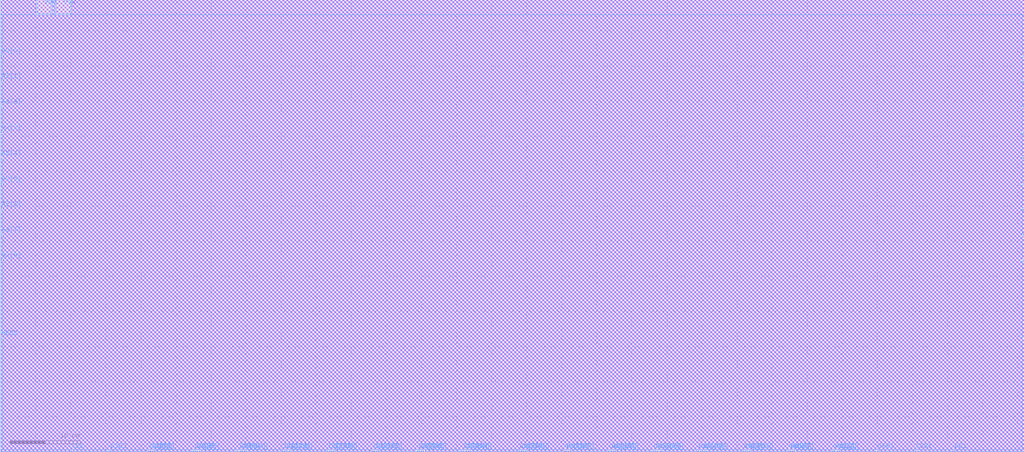
<source format=lef>
VERSION 5.5 ;
NAMESCASESENSITIVE ON ;
BUSBITCHARS "[]" ;
DIVIDERCHAR "/" ;

MACRO SRAM1R1W512x32
  CLASS BLOCK ;
  SOURCE USER ;
  ORIGIN 0 0 ;
  SIZE 145.920 BY 64.448 ;
  SYMMETRY X Y R90 ;

  PIN CE1
    DIRECTION INPUT ;
    USE SIGNAL ;
    PORT
      LAYER M2 ;
        RECT 135.888 0.000 136.040 0.152 ;
    END
    PORT
      LAYER M3 ;
        RECT 135.888 0.000 136.040 0.152 ;
    END
    PORT
      LAYER M4 ;
        RECT 135.888 0.000 136.040 0.152 ;
    END
    PORT
      LAYER M5 ;
        RECT 135.888 0.000 136.040 0.152 ;
    END
  END CE1

  PIN CSB1
    DIRECTION INPUT ;
    USE SIGNAL ;
    PORT
      LAYER M2 ;
        RECT 130.416 0.000 130.568 0.152 ;
    END
    PORT
      LAYER M3 ;
        RECT 130.416 0.000 130.568 0.152 ;
    END
    PORT
      LAYER M4 ;
        RECT 130.416 0.000 130.568 0.152 ;
    END
    PORT
      LAYER M5 ;
        RECT 130.416 0.000 130.568 0.152 ;
    END
  END CSB1

  PIN OEB1
    DIRECTION INPUT ;
    USE SIGNAL ;
    PORT
      LAYER M2 ;
        RECT 124.944 0.000 125.096 0.152 ;
    END
    PORT
      LAYER M3 ;
        RECT 124.944 0.000 125.096 0.152 ;
    END
    PORT
      LAYER M4 ;
        RECT 124.944 0.000 125.096 0.152 ;
    END
    PORT
      LAYER M5 ;
        RECT 124.944 0.000 125.096 0.152 ;
    END
  END OEB1

  PIN O1[3]
    DIRECTION OUTPUT ;
    USE SIGNAL ;
    PORT
      LAYER M2 ;
        RECT 119.472 0.000 119.624 0.152 ;
    END
    PORT
      LAYER M3 ;
        RECT 119.472 0.000 119.624 0.152 ;
    END
    PORT
      LAYER M4 ;
        RECT 119.472 0.000 119.624 0.152 ;
    END
    PORT
      LAYER M5 ;
        RECT 119.472 0.000 119.624 0.152 ;
    END
  END O1[3]

  PIN O1[2]
    DIRECTION OUTPUT ;
    USE SIGNAL ;
    PORT
      LAYER M2 ;
        RECT 119.168 0.000 119.320 0.152 ;
    END
    PORT
      LAYER M3 ;
        RECT 119.168 0.000 119.320 0.152 ;
    END
    PORT
      LAYER M4 ;
        RECT 119.168 0.000 119.320 0.152 ;
    END
    PORT
      LAYER M5 ;
        RECT 119.168 0.000 119.320 0.152 ;
    END
  END O1[2]

  PIN O1[1]
    DIRECTION OUTPUT ;
    USE SIGNAL ;
    PORT
      LAYER M2 ;
        RECT 118.864 0.000 119.016 0.152 ;
    END
    PORT
      LAYER M3 ;
        RECT 118.864 0.000 119.016 0.152 ;
    END
    PORT
      LAYER M4 ;
        RECT 118.864 0.000 119.016 0.152 ;
    END
    PORT
      LAYER M5 ;
        RECT 118.864 0.000 119.016 0.152 ;
    END
  END O1[1]

  PIN O1[0]
    DIRECTION OUTPUT ;
    USE SIGNAL ;
    PORT
      LAYER M2 ;
        RECT 118.560 0.000 118.712 0.152 ;
    END
    PORT
      LAYER M3 ;
        RECT 118.560 0.000 118.712 0.152 ;
    END
    PORT
      LAYER M4 ;
        RECT 118.560 0.000 118.712 0.152 ;
    END
    PORT
      LAYER M5 ;
        RECT 118.560 0.000 118.712 0.152 ;
    END
  END O1[0]

  PIN O1[7]
    DIRECTION OUTPUT ;
    USE SIGNAL ;
    PORT
      LAYER M2 ;
        RECT 113.088 0.000 113.240 0.152 ;
    END
    PORT
      LAYER M3 ;
        RECT 113.088 0.000 113.240 0.152 ;
    END
    PORT
      LAYER M4 ;
        RECT 113.088 0.000 113.240 0.152 ;
    END
    PORT
      LAYER M5 ;
        RECT 113.088 0.000 113.240 0.152 ;
    END
  END O1[7]

  PIN O1[6]
    DIRECTION OUTPUT ;
    USE SIGNAL ;
    PORT
      LAYER M2 ;
        RECT 112.784 0.000 112.936 0.152 ;
    END
    PORT
      LAYER M3 ;
        RECT 112.784 0.000 112.936 0.152 ;
    END
    PORT
      LAYER M4 ;
        RECT 112.784 0.000 112.936 0.152 ;
    END
    PORT
      LAYER M5 ;
        RECT 112.784 0.000 112.936 0.152 ;
    END
  END O1[6]

  PIN O1[5]
    DIRECTION OUTPUT ;
    USE SIGNAL ;
    PORT
      LAYER M2 ;
        RECT 112.480 0.000 112.632 0.152 ;
    END
    PORT
      LAYER M3 ;
        RECT 112.480 0.000 112.632 0.152 ;
    END
    PORT
      LAYER M4 ;
        RECT 112.480 0.000 112.632 0.152 ;
    END
    PORT
      LAYER M5 ;
        RECT 112.480 0.000 112.632 0.152 ;
    END
  END O1[5]

  PIN O1[4]
    DIRECTION OUTPUT ;
    USE SIGNAL ;
    PORT
      LAYER M2 ;
        RECT 112.176 0.000 112.328 0.152 ;
    END
    PORT
      LAYER M3 ;
        RECT 112.176 0.000 112.328 0.152 ;
    END
    PORT
      LAYER M4 ;
        RECT 112.176 0.000 112.328 0.152 ;
    END
    PORT
      LAYER M5 ;
        RECT 112.176 0.000 112.328 0.152 ;
    END
  END O1[4]

  PIN O1[11]
    DIRECTION OUTPUT ;
    USE SIGNAL ;
    PORT
      LAYER M2 ;
        RECT 106.704 0.000 106.856 0.152 ;
    END
    PORT
      LAYER M3 ;
        RECT 106.704 0.000 106.856 0.152 ;
    END
    PORT
      LAYER M4 ;
        RECT 106.704 0.000 106.856 0.152 ;
    END
    PORT
      LAYER M5 ;
        RECT 106.704 0.000 106.856 0.152 ;
    END
  END O1[11]

  PIN O1[10]
    DIRECTION OUTPUT ;
    USE SIGNAL ;
    PORT
      LAYER M2 ;
        RECT 106.400 0.000 106.552 0.152 ;
    END
    PORT
      LAYER M3 ;
        RECT 106.400 0.000 106.552 0.152 ;
    END
    PORT
      LAYER M4 ;
        RECT 106.400 0.000 106.552 0.152 ;
    END
    PORT
      LAYER M5 ;
        RECT 106.400 0.000 106.552 0.152 ;
    END
  END O1[10]

  PIN O1[9]
    DIRECTION OUTPUT ;
    USE SIGNAL ;
    PORT
      LAYER M2 ;
        RECT 106.096 0.000 106.248 0.152 ;
    END
    PORT
      LAYER M3 ;
        RECT 106.096 0.000 106.248 0.152 ;
    END
    PORT
      LAYER M4 ;
        RECT 106.096 0.000 106.248 0.152 ;
    END
    PORT
      LAYER M5 ;
        RECT 106.096 0.000 106.248 0.152 ;
    END
  END O1[9]

  PIN O1[8]
    DIRECTION OUTPUT ;
    USE SIGNAL ;
    PORT
      LAYER M2 ;
        RECT 105.792 0.000 105.944 0.152 ;
    END
    PORT
      LAYER M3 ;
        RECT 105.792 0.000 105.944 0.152 ;
    END
    PORT
      LAYER M4 ;
        RECT 105.792 0.000 105.944 0.152 ;
    END
    PORT
      LAYER M5 ;
        RECT 105.792 0.000 105.944 0.152 ;
    END
  END O1[8]

  PIN O1[15]
    DIRECTION OUTPUT ;
    USE SIGNAL ;
    PORT
      LAYER M2 ;
        RECT 100.320 0.000 100.472 0.152 ;
    END
    PORT
      LAYER M3 ;
        RECT 100.320 0.000 100.472 0.152 ;
    END
    PORT
      LAYER M4 ;
        RECT 100.320 0.000 100.472 0.152 ;
    END
    PORT
      LAYER M5 ;
        RECT 100.320 0.000 100.472 0.152 ;
    END
  END O1[15]

  PIN O1[14]
    DIRECTION OUTPUT ;
    USE SIGNAL ;
    PORT
      LAYER M2 ;
        RECT 100.016 0.000 100.168 0.152 ;
    END
    PORT
      LAYER M3 ;
        RECT 100.016 0.000 100.168 0.152 ;
    END
    PORT
      LAYER M4 ;
        RECT 100.016 0.000 100.168 0.152 ;
    END
    PORT
      LAYER M5 ;
        RECT 100.016 0.000 100.168 0.152 ;
    END
  END O1[14]

  PIN O1[13]
    DIRECTION OUTPUT ;
    USE SIGNAL ;
    PORT
      LAYER M2 ;
        RECT 99.712 0.000 99.864 0.152 ;
    END
    PORT
      LAYER M3 ;
        RECT 99.712 0.000 99.864 0.152 ;
    END
    PORT
      LAYER M4 ;
        RECT 99.712 0.000 99.864 0.152 ;
    END
    PORT
      LAYER M5 ;
        RECT 99.712 0.000 99.864 0.152 ;
    END
  END O1[13]

  PIN O1[12]
    DIRECTION OUTPUT ;
    USE SIGNAL ;
    PORT
      LAYER M2 ;
        RECT 99.408 0.000 99.560 0.152 ;
    END
    PORT
      LAYER M3 ;
        RECT 99.408 0.000 99.560 0.152 ;
    END
    PORT
      LAYER M4 ;
        RECT 99.408 0.000 99.560 0.152 ;
    END
    PORT
      LAYER M5 ;
        RECT 99.408 0.000 99.560 0.152 ;
    END
  END O1[12]

  PIN O1[19]
    DIRECTION OUTPUT ;
    USE SIGNAL ;
    PORT
      LAYER M2 ;
        RECT 93.936 0.000 94.088 0.152 ;
    END
    PORT
      LAYER M3 ;
        RECT 93.936 0.000 94.088 0.152 ;
    END
    PORT
      LAYER M4 ;
        RECT 93.936 0.000 94.088 0.152 ;
    END
    PORT
      LAYER M5 ;
        RECT 93.936 0.000 94.088 0.152 ;
    END
  END O1[19]

  PIN O1[18]
    DIRECTION OUTPUT ;
    USE SIGNAL ;
    PORT
      LAYER M2 ;
        RECT 93.632 0.000 93.784 0.152 ;
    END
    PORT
      LAYER M3 ;
        RECT 93.632 0.000 93.784 0.152 ;
    END
    PORT
      LAYER M4 ;
        RECT 93.632 0.000 93.784 0.152 ;
    END
    PORT
      LAYER M5 ;
        RECT 93.632 0.000 93.784 0.152 ;
    END
  END O1[18]

  PIN O1[17]
    DIRECTION OUTPUT ;
    USE SIGNAL ;
    PORT
      LAYER M2 ;
        RECT 93.328 0.000 93.480 0.152 ;
    END
    PORT
      LAYER M3 ;
        RECT 93.328 0.000 93.480 0.152 ;
    END
    PORT
      LAYER M4 ;
        RECT 93.328 0.000 93.480 0.152 ;
    END
    PORT
      LAYER M5 ;
        RECT 93.328 0.000 93.480 0.152 ;
    END
  END O1[17]

  PIN O1[16]
    DIRECTION OUTPUT ;
    USE SIGNAL ;
    PORT
      LAYER M2 ;
        RECT 93.024 0.000 93.176 0.152 ;
    END
    PORT
      LAYER M3 ;
        RECT 93.024 0.000 93.176 0.152 ;
    END
    PORT
      LAYER M4 ;
        RECT 93.024 0.000 93.176 0.152 ;
    END
    PORT
      LAYER M5 ;
        RECT 93.024 0.000 93.176 0.152 ;
    END
  END O1[16]

  PIN O1[23]
    DIRECTION OUTPUT ;
    USE SIGNAL ;
    PORT
      LAYER M2 ;
        RECT 87.552 0.000 87.704 0.152 ;
    END
    PORT
      LAYER M3 ;
        RECT 87.552 0.000 87.704 0.152 ;
    END
    PORT
      LAYER M4 ;
        RECT 87.552 0.000 87.704 0.152 ;
    END
    PORT
      LAYER M5 ;
        RECT 87.552 0.000 87.704 0.152 ;
    END
  END O1[23]

  PIN O1[22]
    DIRECTION OUTPUT ;
    USE SIGNAL ;
    PORT
      LAYER M2 ;
        RECT 87.248 0.000 87.400 0.152 ;
    END
    PORT
      LAYER M3 ;
        RECT 87.248 0.000 87.400 0.152 ;
    END
    PORT
      LAYER M4 ;
        RECT 87.248 0.000 87.400 0.152 ;
    END
    PORT
      LAYER M5 ;
        RECT 87.248 0.000 87.400 0.152 ;
    END
  END O1[22]

  PIN O1[21]
    DIRECTION OUTPUT ;
    USE SIGNAL ;
    PORT
      LAYER M2 ;
        RECT 86.944 0.000 87.096 0.152 ;
    END
    PORT
      LAYER M3 ;
        RECT 86.944 0.000 87.096 0.152 ;
    END
    PORT
      LAYER M4 ;
        RECT 86.944 0.000 87.096 0.152 ;
    END
    PORT
      LAYER M5 ;
        RECT 86.944 0.000 87.096 0.152 ;
    END
  END O1[21]

  PIN O1[20]
    DIRECTION OUTPUT ;
    USE SIGNAL ;
    PORT
      LAYER M2 ;
        RECT 86.640 0.000 86.792 0.152 ;
    END
    PORT
      LAYER M3 ;
        RECT 86.640 0.000 86.792 0.152 ;
    END
    PORT
      LAYER M4 ;
        RECT 86.640 0.000 86.792 0.152 ;
    END
    PORT
      LAYER M5 ;
        RECT 86.640 0.000 86.792 0.152 ;
    END
  END O1[20]

  PIN O1[27]
    DIRECTION OUTPUT ;
    USE SIGNAL ;
    PORT
      LAYER M2 ;
        RECT 81.168 0.000 81.320 0.152 ;
    END
    PORT
      LAYER M3 ;
        RECT 81.168 0.000 81.320 0.152 ;
    END
    PORT
      LAYER M4 ;
        RECT 81.168 0.000 81.320 0.152 ;
    END
    PORT
      LAYER M5 ;
        RECT 81.168 0.000 81.320 0.152 ;
    END
  END O1[27]

  PIN O1[26]
    DIRECTION OUTPUT ;
    USE SIGNAL ;
    PORT
      LAYER M2 ;
        RECT 80.864 0.000 81.016 0.152 ;
    END
    PORT
      LAYER M3 ;
        RECT 80.864 0.000 81.016 0.152 ;
    END
    PORT
      LAYER M4 ;
        RECT 80.864 0.000 81.016 0.152 ;
    END
    PORT
      LAYER M5 ;
        RECT 80.864 0.000 81.016 0.152 ;
    END
  END O1[26]

  PIN O1[25]
    DIRECTION OUTPUT ;
    USE SIGNAL ;
    PORT
      LAYER M2 ;
        RECT 80.560 0.000 80.712 0.152 ;
    END
    PORT
      LAYER M3 ;
        RECT 80.560 0.000 80.712 0.152 ;
    END
    PORT
      LAYER M4 ;
        RECT 80.560 0.000 80.712 0.152 ;
    END
    PORT
      LAYER M5 ;
        RECT 80.560 0.000 80.712 0.152 ;
    END
  END O1[25]

  PIN O1[24]
    DIRECTION OUTPUT ;
    USE SIGNAL ;
    PORT
      LAYER M2 ;
        RECT 80.256 0.000 80.408 0.152 ;
    END
    PORT
      LAYER M3 ;
        RECT 80.256 0.000 80.408 0.152 ;
    END
    PORT
      LAYER M4 ;
        RECT 80.256 0.000 80.408 0.152 ;
    END
    PORT
      LAYER M5 ;
        RECT 80.256 0.000 80.408 0.152 ;
    END
  END O1[24]

  PIN O1[31]
    DIRECTION OUTPUT ;
    USE SIGNAL ;
    PORT
      LAYER M2 ;
        RECT 74.784 0.000 74.936 0.152 ;
    END
    PORT
      LAYER M3 ;
        RECT 74.784 0.000 74.936 0.152 ;
    END
    PORT
      LAYER M4 ;
        RECT 74.784 0.000 74.936 0.152 ;
    END
    PORT
      LAYER M5 ;
        RECT 74.784 0.000 74.936 0.152 ;
    END
  END O1[31]

  PIN O1[30]
    DIRECTION OUTPUT ;
    USE SIGNAL ;
    PORT
      LAYER M2 ;
        RECT 74.480 0.000 74.632 0.152 ;
    END
    PORT
      LAYER M3 ;
        RECT 74.480 0.000 74.632 0.152 ;
    END
    PORT
      LAYER M4 ;
        RECT 74.480 0.000 74.632 0.152 ;
    END
    PORT
      LAYER M5 ;
        RECT 74.480 0.000 74.632 0.152 ;
    END
  END O1[30]

  PIN O1[29]
    DIRECTION OUTPUT ;
    USE SIGNAL ;
    PORT
      LAYER M2 ;
        RECT 74.176 0.000 74.328 0.152 ;
    END
    PORT
      LAYER M3 ;
        RECT 74.176 0.000 74.328 0.152 ;
    END
    PORT
      LAYER M4 ;
        RECT 74.176 0.000 74.328 0.152 ;
    END
    PORT
      LAYER M5 ;
        RECT 74.176 0.000 74.328 0.152 ;
    END
  END O1[29]

  PIN O1[28]
    DIRECTION OUTPUT ;
    USE SIGNAL ;
    PORT
      LAYER M2 ;
        RECT 73.872 0.000 74.024 0.152 ;
    END
    PORT
      LAYER M3 ;
        RECT 73.872 0.000 74.024 0.152 ;
    END
    PORT
      LAYER M4 ;
        RECT 73.872 0.000 74.024 0.152 ;
    END
    PORT
      LAYER M5 ;
        RECT 73.872 0.000 74.024 0.152 ;
    END
  END O1[28]

  PIN A1[0]
    DIRECTION INPUT ;
    USE SIGNAL ;
    PORT
      LAYER M2 ;
        RECT 145.768 56.392 145.920 56.544 ;
    END
    PORT
      LAYER M3 ;
        RECT 145.768 56.392 145.920 56.544 ;
    END
    PORT
      LAYER M4 ;
        RECT 145.768 56.392 145.920 56.544 ;
    END
    PORT
      LAYER M5 ;
        RECT 145.768 56.392 145.920 56.544 ;
    END
  END A1[0]

  PIN A1[1]
    DIRECTION INPUT ;
    USE SIGNAL ;
    PORT
      LAYER M2 ;
        RECT 145.768 52.744 145.920 52.896 ;
    END
    PORT
      LAYER M3 ;
        RECT 145.768 52.744 145.920 52.896 ;
    END
    PORT
      LAYER M4 ;
        RECT 145.768 52.744 145.920 52.896 ;
    END
    PORT
      LAYER M5 ;
        RECT 145.768 52.744 145.920 52.896 ;
    END
  END A1[1]

  PIN A1[2]
    DIRECTION INPUT ;
    USE SIGNAL ;
    PORT
      LAYER M2 ;
        RECT 145.768 49.096 145.920 49.248 ;
    END
    PORT
      LAYER M3 ;
        RECT 145.768 49.096 145.920 49.248 ;
    END
    PORT
      LAYER M4 ;
        RECT 145.768 49.096 145.920 49.248 ;
    END
    PORT
      LAYER M5 ;
        RECT 145.768 49.096 145.920 49.248 ;
    END
  END A1[2]

  PIN A1[3]
    DIRECTION INPUT ;
    USE SIGNAL ;
    PORT
      LAYER M2 ;
        RECT 145.768 45.448 145.920 45.600 ;
    END
    PORT
      LAYER M3 ;
        RECT 145.768 45.448 145.920 45.600 ;
    END
    PORT
      LAYER M4 ;
        RECT 145.768 45.448 145.920 45.600 ;
    END
    PORT
      LAYER M5 ;
        RECT 145.768 45.448 145.920 45.600 ;
    END
  END A1[3]

  PIN A1[4]
    DIRECTION INPUT ;
    USE SIGNAL ;
    PORT
      LAYER M2 ;
        RECT 145.768 41.800 145.920 41.952 ;
    END
    PORT
      LAYER M3 ;
        RECT 145.768 41.800 145.920 41.952 ;
    END
    PORT
      LAYER M4 ;
        RECT 145.768 41.800 145.920 41.952 ;
    END
    PORT
      LAYER M5 ;
        RECT 145.768 41.800 145.920 41.952 ;
    END
  END A1[4]

  PIN A1[5]
    DIRECTION INPUT ;
    USE SIGNAL ;
    PORT
      LAYER M2 ;
        RECT 145.768 38.152 145.920 38.304 ;
    END
    PORT
      LAYER M3 ;
        RECT 145.768 38.152 145.920 38.304 ;
    END
    PORT
      LAYER M4 ;
        RECT 145.768 38.152 145.920 38.304 ;
    END
    PORT
      LAYER M5 ;
        RECT 145.768 38.152 145.920 38.304 ;
    END
  END A1[5]

  PIN A1[6]
    DIRECTION INPUT ;
    USE SIGNAL ;
    PORT
      LAYER M2 ;
        RECT 145.768 34.504 145.920 34.656 ;
    END
    PORT
      LAYER M3 ;
        RECT 145.768 34.504 145.920 34.656 ;
    END
    PORT
      LAYER M4 ;
        RECT 145.768 34.504 145.920 34.656 ;
    END
    PORT
      LAYER M5 ;
        RECT 145.768 34.504 145.920 34.656 ;
    END
  END A1[6]

  PIN A1[7]
    DIRECTION INPUT ;
    USE SIGNAL ;
    PORT
      LAYER M2 ;
        RECT 145.768 30.856 145.920 31.008 ;
    END
    PORT
      LAYER M3 ;
        RECT 145.768 30.856 145.920 31.008 ;
    END
    PORT
      LAYER M4 ;
        RECT 145.768 30.856 145.920 31.008 ;
    END
    PORT
      LAYER M5 ;
        RECT 145.768 30.856 145.920 31.008 ;
    END
  END A1[7]

  PIN A1[8]
    DIRECTION INPUT ;
    USE SIGNAL ;
    PORT
      LAYER M2 ;
        RECT 145.768 27.208 145.920 27.360 ;
    END
    PORT
      LAYER M3 ;
        RECT 145.768 27.208 145.920 27.360 ;
    END
    PORT
      LAYER M4 ;
        RECT 145.768 27.208 145.920 27.360 ;
    END
    PORT
      LAYER M5 ;
        RECT 145.768 27.208 145.920 27.360 ;
    END
  END A1[8]

  PIN CE2
    DIRECTION INPUT ;
    USE SIGNAL ;
    PORT
      LAYER M2 ;
        RECT 10.032 0.000 10.184 0.152 ;
    END
    PORT
      LAYER M3 ;
        RECT 10.032 0.000 10.184 0.152 ;
    END
    PORT
      LAYER M4 ;
        RECT 10.032 0.000 10.184 0.152 ;
    END
    PORT
      LAYER M5 ;
        RECT 10.032 0.000 10.184 0.152 ;
    END
  END CE2

  PIN CSB2
    DIRECTION INPUT ;
    USE SIGNAL ;
    PORT
      LAYER M2 ;
        RECT 15.504 0.000 15.656 0.152 ;
    END
    PORT
      LAYER M3 ;
        RECT 15.504 0.000 15.656 0.152 ;
    END
    PORT
      LAYER M4 ;
        RECT 15.504 0.000 15.656 0.152 ;
    END
    PORT
      LAYER M5 ;
        RECT 15.504 0.000 15.656 0.152 ;
    END
  END CSB2

  PIN I2[0]
    DIRECTION INPUT ;
    USE SIGNAL ;
    PORT
      LAYER M2 ;
        RECT 20.976 0.000 21.128 0.152 ;
    END
    PORT
      LAYER M3 ;
        RECT 20.976 0.000 21.128 0.152 ;
    END
    PORT
      LAYER M4 ;
        RECT 20.976 0.000 21.128 0.152 ;
    END
    PORT
      LAYER M5 ;
        RECT 20.976 0.000 21.128 0.152 ;
    END
  END I2[0]

  PIN I2[1]
    DIRECTION INPUT ;
    USE SIGNAL ;
    PORT
      LAYER M2 ;
        RECT 21.280 0.000 21.432 0.152 ;
    END
    PORT
      LAYER M3 ;
        RECT 21.280 0.000 21.432 0.152 ;
    END
    PORT
      LAYER M4 ;
        RECT 21.280 0.000 21.432 0.152 ;
    END
    PORT
      LAYER M5 ;
        RECT 21.280 0.000 21.432 0.152 ;
    END
  END I2[1]

  PIN I2[2]
    DIRECTION INPUT ;
    USE SIGNAL ;
    PORT
      LAYER M2 ;
        RECT 21.584 0.000 21.736 0.152 ;
    END
    PORT
      LAYER M3 ;
        RECT 21.584 0.000 21.736 0.152 ;
    END
    PORT
      LAYER M4 ;
        RECT 21.584 0.000 21.736 0.152 ;
    END
    PORT
      LAYER M5 ;
        RECT 21.584 0.000 21.736 0.152 ;
    END
  END I2[2]

  PIN I2[3]
    DIRECTION INPUT ;
    USE SIGNAL ;
    PORT
      LAYER M2 ;
        RECT 21.888 0.000 22.040 0.152 ;
    END
    PORT
      LAYER M3 ;
        RECT 21.888 0.000 22.040 0.152 ;
    END
    PORT
      LAYER M4 ;
        RECT 21.888 0.000 22.040 0.152 ;
    END
    PORT
      LAYER M5 ;
        RECT 21.888 0.000 22.040 0.152 ;
    END
  END I2[3]

  PIN I2[4]
    DIRECTION INPUT ;
    USE SIGNAL ;
    PORT
      LAYER M2 ;
        RECT 27.360 0.000 27.512 0.152 ;
    END
    PORT
      LAYER M3 ;
        RECT 27.360 0.000 27.512 0.152 ;
    END
    PORT
      LAYER M4 ;
        RECT 27.360 0.000 27.512 0.152 ;
    END
    PORT
      LAYER M5 ;
        RECT 27.360 0.000 27.512 0.152 ;
    END
  END I2[4]

  PIN I2[5]
    DIRECTION INPUT ;
    USE SIGNAL ;
    PORT
      LAYER M2 ;
        RECT 27.664 0.000 27.816 0.152 ;
    END
    PORT
      LAYER M3 ;
        RECT 27.664 0.000 27.816 0.152 ;
    END
    PORT
      LAYER M4 ;
        RECT 27.664 0.000 27.816 0.152 ;
    END
    PORT
      LAYER M5 ;
        RECT 27.664 0.000 27.816 0.152 ;
    END
  END I2[5]

  PIN I2[6]
    DIRECTION INPUT ;
    USE SIGNAL ;
    PORT
      LAYER M2 ;
        RECT 27.968 0.000 28.120 0.152 ;
    END
    PORT
      LAYER M3 ;
        RECT 27.968 0.000 28.120 0.152 ;
    END
    PORT
      LAYER M4 ;
        RECT 27.968 0.000 28.120 0.152 ;
    END
    PORT
      LAYER M5 ;
        RECT 27.968 0.000 28.120 0.152 ;
    END
  END I2[6]

  PIN I2[7]
    DIRECTION INPUT ;
    USE SIGNAL ;
    PORT
      LAYER M2 ;
        RECT 28.272 0.000 28.424 0.152 ;
    END
    PORT
      LAYER M3 ;
        RECT 28.272 0.000 28.424 0.152 ;
    END
    PORT
      LAYER M4 ;
        RECT 28.272 0.000 28.424 0.152 ;
    END
    PORT
      LAYER M5 ;
        RECT 28.272 0.000 28.424 0.152 ;
    END
  END I2[7]

  PIN I2[8]
    DIRECTION INPUT ;
    USE SIGNAL ;
    PORT
      LAYER M2 ;
        RECT 33.744 0.000 33.896 0.152 ;
    END
    PORT
      LAYER M3 ;
        RECT 33.744 0.000 33.896 0.152 ;
    END
    PORT
      LAYER M4 ;
        RECT 33.744 0.000 33.896 0.152 ;
    END
    PORT
      LAYER M5 ;
        RECT 33.744 0.000 33.896 0.152 ;
    END
  END I2[8]

  PIN I2[9]
    DIRECTION INPUT ;
    USE SIGNAL ;
    PORT
      LAYER M2 ;
        RECT 34.048 0.000 34.200 0.152 ;
    END
    PORT
      LAYER M3 ;
        RECT 34.048 0.000 34.200 0.152 ;
    END
    PORT
      LAYER M4 ;
        RECT 34.048 0.000 34.200 0.152 ;
    END
    PORT
      LAYER M5 ;
        RECT 34.048 0.000 34.200 0.152 ;
    END
  END I2[9]

  PIN I2[10]
    DIRECTION INPUT ;
    USE SIGNAL ;
    PORT
      LAYER M2 ;
        RECT 34.352 0.000 34.504 0.152 ;
    END
    PORT
      LAYER M3 ;
        RECT 34.352 0.000 34.504 0.152 ;
    END
    PORT
      LAYER M4 ;
        RECT 34.352 0.000 34.504 0.152 ;
    END
    PORT
      LAYER M5 ;
        RECT 34.352 0.000 34.504 0.152 ;
    END
  END I2[10]

  PIN I2[11]
    DIRECTION INPUT ;
    USE SIGNAL ;
    PORT
      LAYER M2 ;
        RECT 34.656 0.000 34.808 0.152 ;
    END
    PORT
      LAYER M3 ;
        RECT 34.656 0.000 34.808 0.152 ;
    END
    PORT
      LAYER M4 ;
        RECT 34.656 0.000 34.808 0.152 ;
    END
    PORT
      LAYER M5 ;
        RECT 34.656 0.000 34.808 0.152 ;
    END
  END I2[11]

  PIN I2[12]
    DIRECTION INPUT ;
    USE SIGNAL ;
    PORT
      LAYER M2 ;
        RECT 40.128 0.000 40.280 0.152 ;
    END
    PORT
      LAYER M3 ;
        RECT 40.128 0.000 40.280 0.152 ;
    END
    PORT
      LAYER M4 ;
        RECT 40.128 0.000 40.280 0.152 ;
    END
    PORT
      LAYER M5 ;
        RECT 40.128 0.000 40.280 0.152 ;
    END
  END I2[12]

  PIN I2[13]
    DIRECTION INPUT ;
    USE SIGNAL ;
    PORT
      LAYER M2 ;
        RECT 40.432 0.000 40.584 0.152 ;
    END
    PORT
      LAYER M3 ;
        RECT 40.432 0.000 40.584 0.152 ;
    END
    PORT
      LAYER M4 ;
        RECT 40.432 0.000 40.584 0.152 ;
    END
    PORT
      LAYER M5 ;
        RECT 40.432 0.000 40.584 0.152 ;
    END
  END I2[13]

  PIN I2[14]
    DIRECTION INPUT ;
    USE SIGNAL ;
    PORT
      LAYER M2 ;
        RECT 40.736 0.000 40.888 0.152 ;
    END
    PORT
      LAYER M3 ;
        RECT 40.736 0.000 40.888 0.152 ;
    END
    PORT
      LAYER M4 ;
        RECT 40.736 0.000 40.888 0.152 ;
    END
    PORT
      LAYER M5 ;
        RECT 40.736 0.000 40.888 0.152 ;
    END
  END I2[14]

  PIN I2[15]
    DIRECTION INPUT ;
    USE SIGNAL ;
    PORT
      LAYER M2 ;
        RECT 41.040 0.000 41.192 0.152 ;
    END
    PORT
      LAYER M3 ;
        RECT 41.040 0.000 41.192 0.152 ;
    END
    PORT
      LAYER M4 ;
        RECT 41.040 0.000 41.192 0.152 ;
    END
    PORT
      LAYER M5 ;
        RECT 41.040 0.000 41.192 0.152 ;
    END
  END I2[15]

  PIN I2[16]
    DIRECTION INPUT ;
    USE SIGNAL ;
    PORT
      LAYER M2 ;
        RECT 46.512 0.000 46.664 0.152 ;
    END
    PORT
      LAYER M3 ;
        RECT 46.512 0.000 46.664 0.152 ;
    END
    PORT
      LAYER M4 ;
        RECT 46.512 0.000 46.664 0.152 ;
    END
    PORT
      LAYER M5 ;
        RECT 46.512 0.000 46.664 0.152 ;
    END
  END I2[16]

  PIN I2[17]
    DIRECTION INPUT ;
    USE SIGNAL ;
    PORT
      LAYER M2 ;
        RECT 46.816 0.000 46.968 0.152 ;
    END
    PORT
      LAYER M3 ;
        RECT 46.816 0.000 46.968 0.152 ;
    END
    PORT
      LAYER M4 ;
        RECT 46.816 0.000 46.968 0.152 ;
    END
    PORT
      LAYER M5 ;
        RECT 46.816 0.000 46.968 0.152 ;
    END
  END I2[17]

  PIN I2[18]
    DIRECTION INPUT ;
    USE SIGNAL ;
    PORT
      LAYER M2 ;
        RECT 47.120 0.000 47.272 0.152 ;
    END
    PORT
      LAYER M3 ;
        RECT 47.120 0.000 47.272 0.152 ;
    END
    PORT
      LAYER M4 ;
        RECT 47.120 0.000 47.272 0.152 ;
    END
    PORT
      LAYER M5 ;
        RECT 47.120 0.000 47.272 0.152 ;
    END
  END I2[18]

  PIN I2[19]
    DIRECTION INPUT ;
    USE SIGNAL ;
    PORT
      LAYER M2 ;
        RECT 47.424 0.000 47.576 0.152 ;
    END
    PORT
      LAYER M3 ;
        RECT 47.424 0.000 47.576 0.152 ;
    END
    PORT
      LAYER M4 ;
        RECT 47.424 0.000 47.576 0.152 ;
    END
    PORT
      LAYER M5 ;
        RECT 47.424 0.000 47.576 0.152 ;
    END
  END I2[19]

  PIN I2[20]
    DIRECTION INPUT ;
    USE SIGNAL ;
    PORT
      LAYER M2 ;
        RECT 52.896 0.000 53.048 0.152 ;
    END
    PORT
      LAYER M3 ;
        RECT 52.896 0.000 53.048 0.152 ;
    END
    PORT
      LAYER M4 ;
        RECT 52.896 0.000 53.048 0.152 ;
    END
    PORT
      LAYER M5 ;
        RECT 52.896 0.000 53.048 0.152 ;
    END
  END I2[20]

  PIN I2[21]
    DIRECTION INPUT ;
    USE SIGNAL ;
    PORT
      LAYER M2 ;
        RECT 53.200 0.000 53.352 0.152 ;
    END
    PORT
      LAYER M3 ;
        RECT 53.200 0.000 53.352 0.152 ;
    END
    PORT
      LAYER M4 ;
        RECT 53.200 0.000 53.352 0.152 ;
    END
    PORT
      LAYER M5 ;
        RECT 53.200 0.000 53.352 0.152 ;
    END
  END I2[21]

  PIN I2[22]
    DIRECTION INPUT ;
    USE SIGNAL ;
    PORT
      LAYER M2 ;
        RECT 53.504 0.000 53.656 0.152 ;
    END
    PORT
      LAYER M3 ;
        RECT 53.504 0.000 53.656 0.152 ;
    END
    PORT
      LAYER M4 ;
        RECT 53.504 0.000 53.656 0.152 ;
    END
    PORT
      LAYER M5 ;
        RECT 53.504 0.000 53.656 0.152 ;
    END
  END I2[22]

  PIN I2[23]
    DIRECTION INPUT ;
    USE SIGNAL ;
    PORT
      LAYER M2 ;
        RECT 53.808 0.000 53.960 0.152 ;
    END
    PORT
      LAYER M3 ;
        RECT 53.808 0.000 53.960 0.152 ;
    END
    PORT
      LAYER M4 ;
        RECT 53.808 0.000 53.960 0.152 ;
    END
    PORT
      LAYER M5 ;
        RECT 53.808 0.000 53.960 0.152 ;
    END
  END I2[23]

  PIN I2[24]
    DIRECTION INPUT ;
    USE SIGNAL ;
    PORT
      LAYER M2 ;
        RECT 59.280 0.000 59.432 0.152 ;
    END
    PORT
      LAYER M3 ;
        RECT 59.280 0.000 59.432 0.152 ;
    END
    PORT
      LAYER M4 ;
        RECT 59.280 0.000 59.432 0.152 ;
    END
    PORT
      LAYER M5 ;
        RECT 59.280 0.000 59.432 0.152 ;
    END
  END I2[24]

  PIN I2[25]
    DIRECTION INPUT ;
    USE SIGNAL ;
    PORT
      LAYER M2 ;
        RECT 59.584 0.000 59.736 0.152 ;
    END
    PORT
      LAYER M3 ;
        RECT 59.584 0.000 59.736 0.152 ;
    END
    PORT
      LAYER M4 ;
        RECT 59.584 0.000 59.736 0.152 ;
    END
    PORT
      LAYER M5 ;
        RECT 59.584 0.000 59.736 0.152 ;
    END
  END I2[25]

  PIN I2[26]
    DIRECTION INPUT ;
    USE SIGNAL ;
    PORT
      LAYER M2 ;
        RECT 59.888 0.000 60.040 0.152 ;
    END
    PORT
      LAYER M3 ;
        RECT 59.888 0.000 60.040 0.152 ;
    END
    PORT
      LAYER M4 ;
        RECT 59.888 0.000 60.040 0.152 ;
    END
    PORT
      LAYER M5 ;
        RECT 59.888 0.000 60.040 0.152 ;
    END
  END I2[26]

  PIN I2[27]
    DIRECTION INPUT ;
    USE SIGNAL ;
    PORT
      LAYER M2 ;
        RECT 60.192 0.000 60.344 0.152 ;
    END
    PORT
      LAYER M3 ;
        RECT 60.192 0.000 60.344 0.152 ;
    END
    PORT
      LAYER M4 ;
        RECT 60.192 0.000 60.344 0.152 ;
    END
    PORT
      LAYER M5 ;
        RECT 60.192 0.000 60.344 0.152 ;
    END
  END I2[27]

  PIN I2[28]
    DIRECTION INPUT ;
    USE SIGNAL ;
    PORT
      LAYER M2 ;
        RECT 65.664 0.000 65.816 0.152 ;
    END
    PORT
      LAYER M3 ;
        RECT 65.664 0.000 65.816 0.152 ;
    END
    PORT
      LAYER M4 ;
        RECT 65.664 0.000 65.816 0.152 ;
    END
    PORT
      LAYER M5 ;
        RECT 65.664 0.000 65.816 0.152 ;
    END
  END I2[28]

  PIN I2[29]
    DIRECTION INPUT ;
    USE SIGNAL ;
    PORT
      LAYER M2 ;
        RECT 65.968 0.000 66.120 0.152 ;
    END
    PORT
      LAYER M3 ;
        RECT 65.968 0.000 66.120 0.152 ;
    END
    PORT
      LAYER M4 ;
        RECT 65.968 0.000 66.120 0.152 ;
    END
    PORT
      LAYER M5 ;
        RECT 65.968 0.000 66.120 0.152 ;
    END
  END I2[29]

  PIN I2[30]
    DIRECTION INPUT ;
    USE SIGNAL ;
    PORT
      LAYER M2 ;
        RECT 66.272 0.000 66.424 0.152 ;
    END
    PORT
      LAYER M3 ;
        RECT 66.272 0.000 66.424 0.152 ;
    END
    PORT
      LAYER M4 ;
        RECT 66.272 0.000 66.424 0.152 ;
    END
    PORT
      LAYER M5 ;
        RECT 66.272 0.000 66.424 0.152 ;
    END
  END I2[30]

  PIN I2[31]
    DIRECTION INPUT ;
    USE SIGNAL ;
    PORT
      LAYER M2 ;
        RECT 66.576 0.000 66.728 0.152 ;
    END
    PORT
      LAYER M3 ;
        RECT 66.576 0.000 66.728 0.152 ;
    END
    PORT
      LAYER M4 ;
        RECT 66.576 0.000 66.728 0.152 ;
    END
    PORT
      LAYER M5 ;
        RECT 66.576 0.000 66.728 0.152 ;
    END
  END I2[31]

  PIN A2[0]
    DIRECTION INPUT ;
    USE SIGNAL ;
    PORT
      LAYER M2 ;
        RECT 0.000 56.392 0.152 56.544 ;
    END
    PORT
      LAYER M3 ;
        RECT 0.000 56.392 0.152 56.544 ;
    END
    PORT
      LAYER M4 ;
        RECT 0.000 56.392 0.152 56.544 ;
    END
    PORT
      LAYER M5 ;
        RECT 0.000 56.392 0.152 56.544 ;
    END
  END A2[0]

  PIN A2[1]
    DIRECTION INPUT ;
    USE SIGNAL ;
    PORT
      LAYER M2 ;
        RECT 0.000 52.744 0.152 52.896 ;
    END
    PORT
      LAYER M3 ;
        RECT 0.000 52.744 0.152 52.896 ;
    END
    PORT
      LAYER M4 ;
        RECT 0.000 52.744 0.152 52.896 ;
    END
    PORT
      LAYER M5 ;
        RECT 0.000 52.744 0.152 52.896 ;
    END
  END A2[1]

  PIN A2[2]
    DIRECTION INPUT ;
    USE SIGNAL ;
    PORT
      LAYER M2 ;
        RECT 0.000 49.096 0.152 49.248 ;
    END
    PORT
      LAYER M3 ;
        RECT 0.000 49.096 0.152 49.248 ;
    END
    PORT
      LAYER M4 ;
        RECT 0.000 49.096 0.152 49.248 ;
    END
    PORT
      LAYER M5 ;
        RECT 0.000 49.096 0.152 49.248 ;
    END
  END A2[2]

  PIN A2[3]
    DIRECTION INPUT ;
    USE SIGNAL ;
    PORT
      LAYER M2 ;
        RECT 0.000 45.448 0.152 45.600 ;
    END
    PORT
      LAYER M3 ;
        RECT 0.000 45.448 0.152 45.600 ;
    END
    PORT
      LAYER M4 ;
        RECT 0.000 45.448 0.152 45.600 ;
    END
    PORT
      LAYER M5 ;
        RECT 0.000 45.448 0.152 45.600 ;
    END
  END A2[3]

  PIN A2[4]
    DIRECTION INPUT ;
    USE SIGNAL ;
    PORT
      LAYER M2 ;
        RECT 0.000 41.800 0.152 41.952 ;
    END
    PORT
      LAYER M3 ;
        RECT 0.000 41.800 0.152 41.952 ;
    END
    PORT
      LAYER M4 ;
        RECT 0.000 41.800 0.152 41.952 ;
    END
    PORT
      LAYER M5 ;
        RECT 0.000 41.800 0.152 41.952 ;
    END
  END A2[4]

  PIN A2[5]
    DIRECTION INPUT ;
    USE SIGNAL ;
    PORT
      LAYER M2 ;
        RECT 0.000 38.152 0.152 38.304 ;
    END
    PORT
      LAYER M3 ;
        RECT 0.000 38.152 0.152 38.304 ;
    END
    PORT
      LAYER M4 ;
        RECT 0.000 38.152 0.152 38.304 ;
    END
    PORT
      LAYER M5 ;
        RECT 0.000 38.152 0.152 38.304 ;
    END
  END A2[5]

  PIN A2[6]
    DIRECTION INPUT ;
    USE SIGNAL ;
    PORT
      LAYER M2 ;
        RECT 0.000 34.504 0.152 34.656 ;
    END
    PORT
      LAYER M3 ;
        RECT 0.000 34.504 0.152 34.656 ;
    END
    PORT
      LAYER M4 ;
        RECT 0.000 34.504 0.152 34.656 ;
    END
    PORT
      LAYER M5 ;
        RECT 0.000 34.504 0.152 34.656 ;
    END
  END A2[6]

  PIN A2[7]
    DIRECTION INPUT ;
    USE SIGNAL ;
    PORT
      LAYER M2 ;
        RECT 0.000 30.856 0.152 31.008 ;
    END
    PORT
      LAYER M3 ;
        RECT 0.000 30.856 0.152 31.008 ;
    END
    PORT
      LAYER M4 ;
        RECT 0.000 30.856 0.152 31.008 ;
    END
    PORT
      LAYER M5 ;
        RECT 0.000 30.856 0.152 31.008 ;
    END
  END A2[7]

  PIN A2[8]
    DIRECTION INPUT ;
    USE SIGNAL ;
    PORT
      LAYER M2 ;
        RECT 0.000 27.208 0.152 27.360 ;
    END
    PORT
      LAYER M3 ;
        RECT 0.000 27.208 0.152 27.360 ;
    END
    PORT
      LAYER M4 ;
        RECT 0.000 27.208 0.152 27.360 ;
    END
    PORT
      LAYER M5 ;
        RECT 0.000 27.208 0.152 27.360 ;
    END
  END A2[8]

  PIN WEB2
    DIRECTION INPUT ;
    USE SIGNAL ;
    PORT
      LAYER M2 ;
        RECT 0.000 16.112 0.152 16.264 ;
    END
    PORT
      LAYER M3 ;
        RECT 0.000 16.112 0.152 16.264 ;
    END
    PORT
      LAYER M4 ;
        RECT 0.000 16.112 0.152 16.264 ;
    END
    PORT
      LAYER M5 ;
        RECT 0.000 16.112 0.152 16.264 ;
    END
  END WEB2

  PIN VDD
    DIRECTION INOUT ;
    USE POWER ;
    PORT
      LAYER M2 ;
        RECT 5.195 62.448 7.195 64.448 ;
    END
    PORT
      LAYER M3 ;
        RECT 5.195 62.448 7.195 64.448 ;
    END
    PORT
      LAYER M5 ;
        RECT 5.195 62.448 7.195 64.448 ;
    END
  END VDD

  PIN VSS
    DIRECTION INOUT ;
    USE GROUND ;
    PORT
      LAYER M2 ;
        RECT 7.915 62.448 9.915 64.448 ;
    END
    PORT
      LAYER M3 ;
        RECT 7.915 62.448 9.915 64.448 ;
    END
    PORT
      LAYER M5 ;
        RECT 7.915 62.448 9.915 64.448 ;
    END
  END VSS

  OBS
    LAYER M2 ;
      RECT 136.192 0.000 145.920 0.304 ;
      RECT 130.720 0.000 135.736 0.304 ;
      RECT 125.248 0.000 130.264 0.304 ;
      RECT 119.776 0.000 124.792 0.304 ;
      RECT 113.392 0.000 118.408 0.304 ;
      RECT 107.008 0.000 112.024 0.304 ;
      RECT 100.624 0.000 105.640 0.304 ;
      RECT 94.240 0.000 99.256 0.304 ;
      RECT 87.856 0.000 92.872 0.304 ;
      RECT 81.472 0.000 86.488 0.304 ;
      RECT 75.088 0.000 80.104 0.304 ;
      RECT 145.616 56.696 145.920 62.296 ;
      RECT 145.616 53.048 145.920 56.240 ;
      RECT 145.616 49.400 145.920 52.592 ;
      RECT 145.616 45.752 145.920 48.944 ;
      RECT 145.616 42.104 145.920 45.296 ;
      RECT 145.616 38.456 145.920 41.648 ;
      RECT 145.616 34.808 145.920 38.000 ;
      RECT 145.616 31.160 145.920 34.352 ;
      RECT 145.616 27.512 145.920 30.704 ;
      RECT 145.616 16.416 145.920 27.056 ;
      RECT 145.616 0.304 145.920 15.960 ;
      RECT 0.000 0.000 9.880 0.304 ;
      RECT 10.336 0.000 15.352 0.304 ;
      RECT 15.808 0.000 20.824 0.304 ;
      RECT 22.192 0.000 27.208 0.304 ;
      RECT 28.576 0.000 33.592 0.304 ;
      RECT 34.960 0.000 39.976 0.304 ;
      RECT 41.344 0.000 46.360 0.304 ;
      RECT 47.728 0.000 52.744 0.304 ;
      RECT 54.112 0.000 59.128 0.304 ;
      RECT 60.496 0.000 65.512 0.304 ;
      RECT 66.880 0.000 73.720 0.304 ;
      RECT 0.000 56.696 0.304 62.296 ;
      RECT 0.000 53.048 0.304 56.240 ;
      RECT 0.000 49.400 0.304 52.592 ;
      RECT 0.000 45.752 0.304 48.944 ;
      RECT 0.000 42.104 0.304 45.296 ;
      RECT 0.000 38.456 0.304 41.648 ;
      RECT 0.000 34.808 0.304 38.000 ;
      RECT 0.000 31.160 0.304 34.352 ;
      RECT 0.000 27.512 0.304 30.704 ;
      RECT 0.000 16.416 0.304 27.056 ;
      RECT 0.000 0.304 0.304 15.960 ;
      RECT 0.000 62.296 5.043 64.448 ;
      RECT 7.355 62.296 7.763 64.448 ;
      RECT 10.067 62.296 145.920 64.448 ;
      RECT 0.304 0.304 145.616 62.296 ;
    LAYER M3 ;
      RECT 136.192 0.000 145.920 0.304 ;
      RECT 130.720 0.000 135.736 0.304 ;
      RECT 125.248 0.000 130.264 0.304 ;
      RECT 119.776 0.000 124.792 0.304 ;
      RECT 113.392 0.000 118.408 0.304 ;
      RECT 107.008 0.000 112.024 0.304 ;
      RECT 100.624 0.000 105.640 0.304 ;
      RECT 94.240 0.000 99.256 0.304 ;
      RECT 87.856 0.000 92.872 0.304 ;
      RECT 81.472 0.000 86.488 0.304 ;
      RECT 75.088 0.000 80.104 0.304 ;
      RECT 145.616 56.696 145.920 62.296 ;
      RECT 145.616 53.048 145.920 56.240 ;
      RECT 145.616 49.400 145.920 52.592 ;
      RECT 145.616 45.752 145.920 48.944 ;
      RECT 145.616 42.104 145.920 45.296 ;
      RECT 145.616 38.456 145.920 41.648 ;
      RECT 145.616 34.808 145.920 38.000 ;
      RECT 145.616 31.160 145.920 34.352 ;
      RECT 145.616 27.512 145.920 30.704 ;
      RECT 145.616 16.416 145.920 27.056 ;
      RECT 145.616 0.304 145.920 15.960 ;
      RECT 0.000 0.000 9.880 0.304 ;
      RECT 10.336 0.000 15.352 0.304 ;
      RECT 15.808 0.000 20.824 0.304 ;
      RECT 22.192 0.000 27.208 0.304 ;
      RECT 28.576 0.000 33.592 0.304 ;
      RECT 34.960 0.000 39.976 0.304 ;
      RECT 41.344 0.000 46.360 0.304 ;
      RECT 47.728 0.000 52.744 0.304 ;
      RECT 54.112 0.000 59.128 0.304 ;
      RECT 60.496 0.000 65.512 0.304 ;
      RECT 66.880 0.000 73.720 0.304 ;
      RECT 0.000 56.696 0.304 62.296 ;
      RECT 0.000 53.048 0.304 56.240 ;
      RECT 0.000 49.400 0.304 52.592 ;
      RECT 0.000 45.752 0.304 48.944 ;
      RECT 0.000 42.104 0.304 45.296 ;
      RECT 0.000 38.456 0.304 41.648 ;
      RECT 0.000 34.808 0.304 38.000 ;
      RECT 0.000 31.160 0.304 34.352 ;
      RECT 0.000 27.512 0.304 30.704 ;
      RECT 0.000 16.416 0.304 27.056 ;
      RECT 0.000 0.304 0.304 15.960 ;
      RECT 0.000 62.296 5.043 64.448 ;
      RECT 7.355 62.296 7.763 64.448 ;
      RECT 10.067 62.296 145.920 64.448 ;
      RECT 0.304 0.304 145.616 62.296 ;
    LAYER M4 ;
      RECT 136.192 0.000 145.920 0.304 ;
      RECT 130.720 0.000 135.736 0.304 ;
      RECT 125.248 0.000 130.264 0.304 ;
      RECT 119.776 0.000 124.792 0.304 ;
      RECT 113.392 0.000 118.408 0.304 ;
      RECT 107.008 0.000 112.024 0.304 ;
      RECT 100.624 0.000 105.640 0.304 ;
      RECT 94.240 0.000 99.256 0.304 ;
      RECT 87.856 0.000 92.872 0.304 ;
      RECT 81.472 0.000 86.488 0.304 ;
      RECT 75.088 0.000 80.104 0.304 ;
      RECT 145.616 56.696 145.920 62.296 ;
      RECT 145.616 53.048 145.920 56.240 ;
      RECT 145.616 49.400 145.920 52.592 ;
      RECT 145.616 45.752 145.920 48.944 ;
      RECT 145.616 42.104 145.920 45.296 ;
      RECT 145.616 38.456 145.920 41.648 ;
      RECT 145.616 34.808 145.920 38.000 ;
      RECT 145.616 31.160 145.920 34.352 ;
      RECT 145.616 27.512 145.920 30.704 ;
      RECT 145.616 16.416 145.920 27.056 ;
      RECT 145.616 0.304 145.920 15.960 ;
      RECT 0.000 0.000 9.880 0.304 ;
      RECT 10.336 0.000 15.352 0.304 ;
      RECT 15.808 0.000 20.824 0.304 ;
      RECT 22.192 0.000 27.208 0.304 ;
      RECT 28.576 0.000 33.592 0.304 ;
      RECT 34.960 0.000 39.976 0.304 ;
      RECT 41.344 0.000 46.360 0.304 ;
      RECT 47.728 0.000 52.744 0.304 ;
      RECT 54.112 0.000 59.128 0.304 ;
      RECT 60.496 0.000 65.512 0.304 ;
      RECT 66.880 0.000 73.720 0.304 ;
      RECT 0.000 56.696 0.304 62.296 ;
      RECT 0.000 53.048 0.304 56.240 ;
      RECT 0.000 49.400 0.304 52.592 ;
      RECT 0.000 45.752 0.304 48.944 ;
      RECT 0.000 42.104 0.304 45.296 ;
      RECT 0.000 38.456 0.304 41.648 ;
      RECT 0.000 34.808 0.304 38.000 ;
      RECT 0.000 31.160 0.304 34.352 ;
      RECT 0.000 27.512 0.304 30.704 ;
      RECT 0.000 16.416 0.304 27.056 ;
      RECT 0.000 0.304 0.304 15.960 ;
      RECT 0.000 62.296 5.043 64.448 ;
      RECT 7.355 62.296 7.763 64.448 ;
      RECT 10.067 62.296 145.920 64.448 ;
      RECT 0.304 0.304 145.616 62.296 ;
    LAYER M5 ;
      RECT 136.192 0.000 145.920 0.304 ;
      RECT 130.720 0.000 135.736 0.304 ;
      RECT 125.248 0.000 130.264 0.304 ;
      RECT 119.776 0.000 124.792 0.304 ;
      RECT 113.392 0.000 118.408 0.304 ;
      RECT 107.008 0.000 112.024 0.304 ;
      RECT 100.624 0.000 105.640 0.304 ;
      RECT 94.240 0.000 99.256 0.304 ;
      RECT 87.856 0.000 92.872 0.304 ;
      RECT 81.472 0.000 86.488 0.304 ;
      RECT 75.088 0.000 80.104 0.304 ;
      RECT 145.616 56.696 145.920 62.296 ;
      RECT 145.616 53.048 145.920 56.240 ;
      RECT 145.616 49.400 145.920 52.592 ;
      RECT 145.616 45.752 145.920 48.944 ;
      RECT 145.616 42.104 145.920 45.296 ;
      RECT 145.616 38.456 145.920 41.648 ;
      RECT 145.616 34.808 145.920 38.000 ;
      RECT 145.616 31.160 145.920 34.352 ;
      RECT 145.616 27.512 145.920 30.704 ;
      RECT 145.616 16.416 145.920 27.056 ;
      RECT 145.616 0.304 145.920 15.960 ;
      RECT 0.000 0.000 9.880 0.304 ;
      RECT 10.336 0.000 15.352 0.304 ;
      RECT 15.808 0.000 20.824 0.304 ;
      RECT 22.192 0.000 27.208 0.304 ;
      RECT 28.576 0.000 33.592 0.304 ;
      RECT 34.960 0.000 39.976 0.304 ;
      RECT 41.344 0.000 46.360 0.304 ;
      RECT 47.728 0.000 52.744 0.304 ;
      RECT 54.112 0.000 59.128 0.304 ;
      RECT 60.496 0.000 65.512 0.304 ;
      RECT 66.880 0.000 73.720 0.304 ;
      RECT 0.000 56.696 0.304 62.296 ;
      RECT 0.000 53.048 0.304 56.240 ;
      RECT 0.000 49.400 0.304 52.592 ;
      RECT 0.000 45.752 0.304 48.944 ;
      RECT 0.000 42.104 0.304 45.296 ;
      RECT 0.000 38.456 0.304 41.648 ;
      RECT 0.000 34.808 0.304 38.000 ;
      RECT 0.000 31.160 0.304 34.352 ;
      RECT 0.000 27.512 0.304 30.704 ;
      RECT 0.000 16.416 0.304 27.056 ;
      RECT 0.000 0.304 0.304 15.960 ;
      RECT 0.000 62.296 5.043 64.448 ;
      RECT 7.355 62.296 7.763 64.448 ;
      RECT 10.067 62.296 145.920 64.448 ;
      RECT 0.304 0.304 145.616 62.296 ;
  END

END SRAM1R1W512x32

END LIBRARY

</source>
